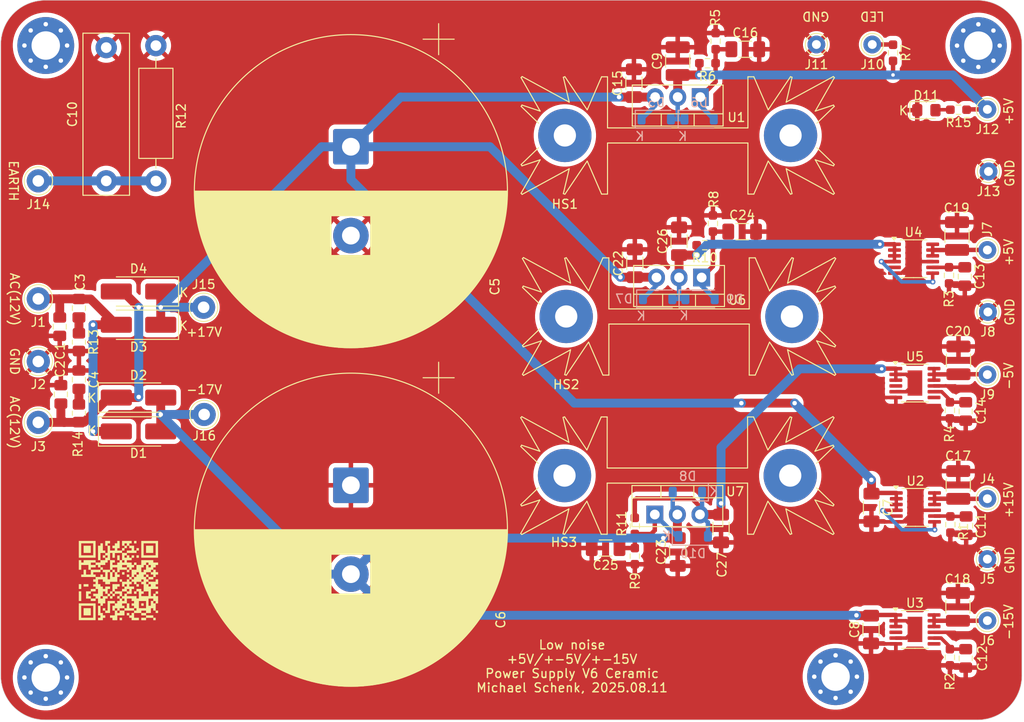
<source format=kicad_pcb>
(kicad_pcb (version 20241229) (generator "pcbnew") (generator_version "9.0")
  (layers (0 "F.Cu" signal) (2 "B.Cu" signal) (13 "F.Paste" user) (15 "B.Paste" user) (5 "F.SilkS" user "F.Silkscreen") (7 "B.SilkS" user "B.Silkscreen") (1 "F.Mask" user) (3 "B.Mask" user) (25 "Edge.Cuts" user))
  (net 0 "")
  (net 1 "+17V")
  (net 2 "Net-(D1-K)")
  (net 3 "Net-(D2-K)")
  (net 4 "GND")
  (net 5 "-17V")
  (net 6 "Net-(D5-A)")
  (net 7 "Net-(J14-Pin_1)")
  (net 8 "Net-(U2-SET)")
  (net 9 "Net-(U3-SET)")
  (net 10 "Net-(U4-SET)")
  (net 11 "Net-(U5-SET)")
  (net 12 "Net-(C3-Pad2)")
  (net 13 "Net-(C4-Pad2)")
  (net 14 "Net-(D6-A)")
  (net 15 "Net-(J4-Pin_1)")
  (net 16 "Net-(J6-Pin_1)")
  (net 17 "Net-(J7-Pin_1)")
  (net 18 "Net-(J9-Pin_1)")
  (net 19 "Net-(D9-A)")
  (net 20 "Net-(D10-K)")
  (net 21 "Net-(D7-A)")
  (net 22 "Net-(D10-A)")
  (net 23 "Net-(J10-Pin_1)")
  (net 30 "Net-(D11-A)")
  (footprint "Capacitor_SMD:C_0805_2012Metric_Pad1.18x1.45mm_HandSolder" (layer "F.Cu") (at 108.712 86.2367 -90)
    (property "Reference" "C1")
    (property "Value" "Cx/10nF/50V")
  )
  (footprint "Capacitor_SMD:C_0805_2012Metric_Pad1.18x1.45mm_HandSolder" (layer "F.Cu") (at 108.839 93.8567 -90)
    (property "Reference" "C2")
    (property "Value" "Cx/10nF/50V")
  )
  (footprint "Capacitor_SMD:C_0805_2012Metric_Pad1.18x1.45mm_HandSolder" (layer "F.Cu") (at 110.871 84.1617 -90)
    (property "Reference" "C3")
    (property "Value" "Cs/50V")
  )
  (footprint "Capacitor_SMD:C_0805_2012Metric_Pad1.18x1.45mm_HandSolder" (layer "F.Cu") (at 110.871 92.2057 -90)
    (property "Reference" "C4")
    (property "Value" "Cs/50V")
  )
  (footprint "Capacitor_THT:CP_Radial_D35.0mm_P10.00mm_SnapIn" (layer "F.Cu") (at 141.478 65.9892 -90)
    (property "Reference" "C5")
    (property "Value" "22000uF/25VDC")
  )
  (footprint "Capacitor_THT:CP_Radial_D35.0mm_P10.00mm_SnapIn" (layer "F.Cu") (at 141.478 104.0892 -90)
    (property "Reference" "C6")
    (property "Value" "22000uF/25VDC")
  )
  (footprint "Capacitor_SMD:C_1206_3216Metric_Pad1.33x1.80mm_HandSolder" (layer "F.Cu") (at 200.0631 106.5905 -90)
    (property "Reference" "C7")
    (property "Value" "4.7uF/100V")
  )
  (footprint "Capacitor_SMD:C_1206_3216Metric_Pad1.33x1.80mm_HandSolder" (layer "F.Cu") (at 200.0123 120.323 90)
    (property "Reference" "C8")
    (property "Value" "4.7uF/100V")
  )
  (footprint "Capacitor_SMD:C_1206_3216Metric_Pad1.33x1.80mm_HandSolder" (layer "F.Cu") (at 173.3296 58.8387 90)
    (property "Reference" "C15")
    (property "Value" "4.7uF/100V")
  )
  (footprint "Capacitor_SMD:C_1206_3216Metric_Pad1.33x1.80mm_HandSolder" (layer "F.Cu") (at 185.8649 55.0164)
    (property "Reference" "C16")
    (property "Value" "4.7uF/100V")
  )
  (footprint "Capacitor_SMD:C_1210_3225Metric_Pad1.33x2.70mm_HandSolder" (layer "F.Cu") (at 209.8294 104.0507 90)
    (property "Reference" "C17")
    (property "Value" "10uF/100V")
  )
  (footprint "Capacitor_SMD:C_1210_3225Metric_Pad1.33x2.70mm_HandSolder" (layer "F.Cu") (at 209.7913 117.7705 -90)
    (property "Reference" "C18")
    (property "Value" "10uF/100V")
  )
  (footprint "Capacitor_SMD:C_1210_3225Metric_Pad1.33x2.70mm_HandSolder" (layer "F.Cu") (at 209.6897 76.0383 90)
    (property "Reference" "C19")
    (property "Value" "10uF/50V")
  )
  (footprint "Capacitor_SMD:C_1210_3225Metric_Pad1.33x2.70mm_HandSolder" (layer "F.Cu") (at 209.8548 90.0299 -90)
    (property "Reference" "C20")
    (property "Value" "10uF/50V")
  )
  (footprint "Capacitor_SMD:C_1206_3216Metric_Pad1.33x1.80mm_HandSolder" (layer "F.Cu") (at 173.4312 79.1079 90)
    (property "Reference" "C22")
    (property "Value" "4.7uF/100V")
  )
  (footprint "Capacitor_SMD:C_1206_3216Metric_Pad1.33x1.80mm_HandSolder" (layer "F.Cu") (at 185.5093 75.5396)
    (property "Reference" "C24")
    (property "Value" "4.7uF/100V")
  )
  (footprint "Capacitor_SMD:C_1206_3216Metric_Pad1.33x1.80mm_HandSolder" (layer "F.Cu") (at 178.4096 76.6187 90)
    (property "Reference" "C26")
    (property "Value" "4.7uF/100V")
  )
  (footprint "Diode_SMD:D_SMA_Handsoldering" (layer "F.Cu") (at 117.5785 98.0262)
    (property "Reference" "D1")
    (property "Value" "BYG20D")
  )
  (footprint "Diode_SMD:D_SMA_Handsoldering" (layer "F.Cu") (at 117.5785 94.2162)
    (property "Reference" "D2")
    (property "Value" "BYG20D")
  )
  (footprint "Diode_SMD:D_SMA_Handsoldering" (layer "F.Cu") (at 117.5785 86.0247 180)
    (property "Reference" "D3")
    (property "Value" "BYG20D")
  )
  (footprint "Diode_SMD:D_SMA_Handsoldering" (layer "F.Cu") (at 117.5785 82.2782 180)
    (property "Reference" "D4")
    (property "Value" "BYG20D")
  )
  (footprint "MountingHole:MountingHole_3.2mm_M3_Pad_Via" (layer "F.Cu") (at 107.1372 54.5976)
    (property "Reference" "H1" (hide yes))
    (property "Value" "MountingHole")
  )
  (footprint "MountingHole:MountingHole_3.2mm_M3_Pad_Via" (layer "F.Cu") (at 212.09 54.61)
    (property "Reference" "H2" (hide yes))
    (property "Value" "MountingHole")
  )
  (footprint "MountingHole:MountingHole_3.2mm_M3_Pad_Via" (layer "F.Cu") (at 196.0248 125.6284)
    (property "Reference" "H3" (hide yes))
    (property "Value" "MountingHole")
  )
  (footprint "MountingHole:MountingHole_3.2mm_M3_Pad_Via" (layer "F.Cu") (at 107.1372 125.7176)
    (property "Reference" "H4" (hide yes))
    (property "Value" "MountingHole")
  )
  (footprint "Heatsink:Heatsink_Fischer_SK104-STC-STIC_35x13mm_2xDrill2.5mm" (layer "F.Cu") (at 178.2572 64.7192 180)
    (property "Reference" "HS1")
    (property "Value" "Heatsink")
  )
  (footprint "Heatsink:Heatsink_Fischer_SK104-STC-STIC_35x13mm_2xDrill2.5mm" (layer "F.Cu") (at 178.4096 85.09)
    (property "Reference" "HS2")
    (property "Value" "Heatsink")
  )
  (footprint "Connector_Pin:Pin_D1.3mm_L11.0mm" (layer "F.Cu") (at 106.299 83.1037)
    (property "Reference" "J1")
    (property "Value" "AC")
  )
  (footprint "Connector_Pin:Pin_D1.3mm_L11.0mm" (layer "F.Cu") (at 106.299 97.0102)
    (property "Reference" "J3")
    (property "Value" "AC")
  )
  (footprint "Connector_Pin:Pin_D1.0mm_L10.0mm" (layer "F.Cu") (at 213.106 105.6005)
    (property "Reference" "J4")
    (property "Value" "+15V")
  )
  (footprint "Connector_Pin:Pin_D1.0mm_L10.0mm" (layer "F.Cu") (at 213.106 112.395)
    (property "Reference" "J5")
    (property "Value" "GND")
  )
  (footprint "Connector_Pin:Pin_D1.0mm_L10.0mm" (layer "F.Cu") (at 213.106 119.3165)
    (property "Reference" "J6")
    (property "Value" "-15V")
  )
  (footprint "Connector_Pin:Pin_D1.0mm_L10.0mm" (layer "F.Cu") (at 213.106 77.6097)
    (property "Reference" "J7")
    (property "Value" "+5V")
  )
  (footprint "Connector_Pin:Pin_D1.0mm_L10.0mm" (layer "F.Cu") (at 213.1695 84.582)
    (property "Reference" "J8")
    (property "Value" "GND")
  )
  (footprint "Connector_Pin:Pin_D1.0mm_L10.0mm" (layer "F.Cu") (at 213.106 91.6305)
    (property "Reference" "J9")
    (property "Value" "-5V")
  )
  (footprint "Connector_Pin:Pin_D1.0mm_L10.0mm" (layer "F.Cu") (at 200.152 54.483)
    (property "Reference" "J10")
    (property "Value" "LED")
  )
  (footprint "Connector_Pin:Pin_D1.0mm_L10.0mm" (layer "F.Cu") (at 193.8655 54.483)
    (property "Reference" "J11")
    (property "Value" "GND")
  )
  (footprint "Connector_Pin:Pin_D1.0mm_L10.0mm" (layer "F.Cu") (at 213.106 61.7855)
    (property "Reference" "J12")
    (property "Value" "+5V")
  )
  (footprint "Connector_Pin:Pin_D1.0mm_L10.0mm" (layer "F.Cu") (at 213.233 68.7705)
    (property "Reference" "J13")
    (property "Value" "GND")
  )
  (footprint "Resistor_SMD:R_0603_1608Metric_Pad0.98x0.95mm_HandSolder" (layer "F.Cu") (at 208.9404 108.5069 -90)
    (property "Reference" "R1")
    (property "Value" "150k")
  )
  (footprint "Resistor_SMD:R_0603_1608Metric_Pad0.98x0.95mm_HandSolder" (layer "F.Cu") (at 208.8896 123.4421 90)
    (property "Reference" "R2")
    (property "Value" "150k")
  )
  (footprint "Resistor_SMD:R_0603_1608Metric_Pad0.98x0.95mm_HandSolder" (layer "F.Cu") (at 208.788 80.4653 -90)
    (property "Reference" "R3")
    (property "Value" "49.9k")
  )
  (footprint "Resistor_SMD:R_0603_1608Metric_Pad0.98x0.95mm_HandSolder" (layer "F.Cu") (at 208.8896 95.6545 90)
    (property "Reference" "R4")
    (property "Value" "49.9k")
  )
  (footprint "Resistor_SMD:R_0603_1608Metric_Pad0.98x0.95mm_HandSolder" (layer "F.Cu") (at 182.5244 54.1039 90)
    (property "Reference" "R5")
    (property "Value" "750R")
  )
  (footprint "Resistor_SMD:R_0603_1608Metric_Pad0.98x0.95mm_HandSolder" (layer "F.Cu") (at 181.6081 56.5874)
    (property "Reference" "R6")
    (property "Value" "249R")
  )
  (footprint "Resistor_SMD:R_0603_1608Metric_Pad0.98x0.95mm_HandSolder" (layer "F.Cu") (at 202.4888 55.4209 -90)
    (property "Reference" "R7")
    (property "Value" "240R")
  )
  (footprint "Resistor_SMD:R_0603_1608Metric_Pad0.98x0.95mm_HandSolder" (layer "F.Cu") (at 182.2196 74.6271 90)
    (property "Reference" "R8")
    (property "Value" "910R")
  )
  (footprint "Resistor_SMD:R_0603_1608Metric_Pad0.98x0.95mm_HandSolder" (layer "F.Cu") (at 181.3033 77.0636)
    (property "Reference" "R10")
    (property "Value" "240R")
  )
  (footprint "Package_TO_SOT_THT:TO-220-3_Vertical" (layer "F.Cu") (at 180.7972 60.4012 180)
    (property "Reference" "U1")
    (property "Value" "LM317_TO-220")
  )
  (footprint "Package_SO:MSOP-12-1EP_3x4.039mm_P0.65mm_EP1.651x2.845mm" (layer "F.Cu") (at 205.0071 106.5755)
    (property "Reference" "U2")
    (property "Value" "LT3045xMSE")
  )
  (footprint "Package_SO:MSOP-12-1EP_3x4.039mm_P0.65mm_EP1.651x2.845mm" (layer "F.Cu") (at 204.9563 120.308)
    (property "Reference" "U3")
    (property "Value" "LT3094xMSE")
  )
  (footprint "Package_SO:MSOP-12-1EP_3x4.039mm_P0.65mm_EP1.651x2.845mm" (layer "F.Cu") (at 204.8002 78.5914)
    (property "Reference" "U4")
    (property "Value" "LT3045xMSE")
  )
  (footprint "Package_SO:MSOP-12-1EP_3x4.039mm_P0.65mm_EP1.651x2.845mm" (layer "F.Cu") (at 204.9526 92.583)
    (property "Reference" "U5")
    (property "Value" "LT3094xMSE")
  )
  (footprint "Package_TO_SOT_THT:TO-220-3_Vertical" (layer "F.Cu") (at 180.9496 80.7085 180)
    (property "Reference" "U6")
    (property "Value" "LM317_TO-220")
  )
  (footprint "Capacitor_SMD:C_1210_3225Metric_Pad1.33x2.70mm_HandSolder" (layer "F.Cu") (at 178.2572 56.3495 90)
    (property "Reference" "C9")
    (property "Value" "10uF/50V")
  )
  (footprint "Capacitor_THT:C_Rect_L18.0mm_W5.0mm_P15.00mm_FKS3_FKP3" (layer "F.Cu") (at 113.9444 54.8316 -90)
    (property "Reference" "C10")
    (property "Value" "2.2nF/2kV")
  )
  (footprint "Connector_Pin:Pin_D1.3mm_L11.0mm" (layer "F.Cu") (at 106.299 69.8322)
    (property "Reference" "J14")
    (property "Value" "EARTH")
  )
  (footprint "Resistor_THT:R_Axial_DIN0411_L9.9mm_D3.6mm_P15.24mm_Horizontal" (layer "F.Cu") (at 119.5324 54.61 -90)
    (property "Reference" "R12")
    (property "Value" "100R/2W")
  )
  (footprint "Capacitor_SMD:C_0805_2012Metric_Pad1.18x1.45mm_HandSolder" (layer "F.Cu") (at 210.7184 108.6319 -90)
    (property "Reference" "C11")
    (property "Value" "470nF/50V")
  )
  (footprint "Capacitor_SMD:C_0805_2012Metric_Pad1.18x1.45mm_HandSolder" (layer "F.Cu") (at 210.6676 123.5671 90)
    (property "Reference" "C12")
    (property "Value" "470nF/50V")
  )
  (footprint "Capacitor_SMD:C_0805_2012Metric_Pad1.18x1.45mm_HandSolder" (layer "F.Cu") (at 210.566 80.5903 -90)
    (property "Reference" "C13")
    (property "Value" "470nF/50V")
  )
  (footprint "Capacitor_SMD:C_0805_2012Metric_Pad1.18x1.45mm_HandSolder" (layer "F.Cu") (at 210.6676 95.7795 90)
    (property "Reference" "C14")
    (property "Value" "470nF/50V")
  )
  (footprint "Resistor_SMD:R_0603_1608Metric_Pad0.98x0.95mm_HandSolder" (layer "F.Cu") (at 173.4312 108.6631 90)
    (property "Reference" "R11")
    (property "Value" "240R")
  )
  (footprint "Resistor_SMD:R_0603_1608Metric_Pad0.98x0.95mm_HandSolder" (layer "F.Cu") (at 173.4312 112.0629 90)
    (property "Reference" "R9")
    (property "Value" "910R")
  )
  (footprint "Package_TO_SOT_THT:TO-220-3_Vertical" (layer "F.Cu") (at 175.6791 107.3785)
    (property "Reference" "U7")
    (property "Value" "LM337_TO220")
  )
  (footprint "Heatsink:Heatsink_Fischer_SK104-STC-STIC_35x13mm_2xDrill2.5mm" (layer "F.Cu") (at 178.2191 102.997)
    (property "Reference" "HS3")
    (property "Value" "Heatsink")
  )
  (footprint "Capacitor_SMD:C_1206_3216Metric_Pad1.33x1.80mm_HandSolder" (layer "F.Cu") (at 178.2572 111.5953 90)
    (property "Reference" "C23")
    (property "Value" "4.7uF/100V")
  )
  (footprint "Capacitor_SMD:C_1206_3216Metric_Pad1.33x1.80mm_HandSolder" (layer "F.Cu") (at 170.1415 111.1504)
    (property "Reference" "C25")
    (property "Value" "4.7uF/100V")
  )
  (footprint "Capacitor_SMD:C_1206_3216Metric_Pad1.33x1.80mm_HandSolder" (layer "F.Cu") (at 183.134 108.9537 90)
    (property "Reference" "C27")
    (property "Value" "4.7uF/100V")
  )
  (footprint "Connector_Pin:Pin_D1.3mm_L11.0mm" (layer "F.Cu") (at 124.9045 84.0562)
    (property "Reference" "J15")
    (property "Value" "+17V")
  )
  (footprint "Connector_Pin:Pin_D1.3mm_L11.0mm" (layer "F.Cu") (at 124.968 96.1212)
    (property "Reference" "J16")
    (property "Value" "-17V")
  )
  (footprint "Connector_Pin:Pin_D1.3mm_L11.0mm" (layer "F.Cu") (at 106.299 90.1522)
    (property "Reference" "J2")
    (property "Value" "GND")
  )
  (footprint "Resistor_SMD:R_0603_1608Metric_Pad0.98x0.95mm_HandSolder" (layer "F.Cu") (at 209.8529 61.8236 180)
    (property "Reference" "R15")
    (property "Value" "330R")
  )
  (footprint "Resistor_SMD:R_0805_2012Metric_Pad1.20x1.40mm_HandSolder" (layer "F.Cu") (at 110.871 95.9782 -90)
    (property "Reference" "R14")
    (property "Value" "Rs/1/8W")
  )
  (footprint "Resistor_SMD:R_0805_2012Metric_Pad1.20x1.40mm_HandSolder" (layer "F.Cu") (at 110.871 87.9772 -90)
    (property "Reference" "R13")
    (property "Value" "Rs/1/8W")
  )
  (footprint "LOGO" (layer "F.Cu") (at 115.316 114.808)
    (property "Reference" "G***" (hide yes))
    (property "Value" "LOGO" (hide yes))
  )
  (footprint "LED_SMD:LED_0805_2012Metric_Pad1.15x1.40mm_HandSolder" (layer "F.Cu") (at 206.239 61.8744)
    (property "Reference" "D11")
    (property "Value" "LED")
  )
  (footprint "Diode_SMD:D_SOD-123" (layer "B.Cu") (at 175.8432 62.8904)
    (property "Reference" "D5")
    (property "Value" "1N4148W")
  )
  (footprint "Diode_SMD:D_SOD-123" (layer "B.Cu") (at 180.6692 62.8904)
    (property "Reference" "D6")
    (property "Value" "1N4148W")
  )
  (footprint "Diode_SMD:D_SOD-123" (layer "B.Cu") (at 175.9976 83.1088)
    (property "Reference" "D7")
    (property "Value" "1N4148W")
  )
  (footprint "Diode_SMD:D_SOD-123" (layer "B.Cu") (at 180.7708 83.1088)
    (property "Reference" "D9")
    (property "Value" "1N4148W")
  )
  (footprint "Diode_SMD:D_SOD-123" (layer "B.Cu") (at 180.0088 109.8296)
    (property "Reference" "D10")
    (property "Value" "1N4148W")
  )
  (footprint "Diode_SMD:D_SOD-123" (layer "B.Cu") (at 179.3484 104.8512 180)
    (property "Reference" "D8")
    (property "Value" "1N4148W")
  )
  (gr_line (start 212 130.5) (end 107.0659 130.5) (stroke (width 0.05)) (layer "Edge.Cuts"))
  (gr_line (start 102.065935 125.496466) (end 102.065934 54.5) (stroke (width 0.05)) (layer "Edge.Cuts"))
  (gr_arc (start 107.065934 130.496466) (mid 103.5304 129.032) (end 102.065934 125.496466) (stroke (width 0.05)) (layer "Edge.Cuts"))
  (gr_arc (start 102.065934 54.5) (mid 103.5304 50.964466) (end 107.065934 49.5) (stroke (width 0.05)) (layer "Edge.Cuts"))
  (gr_arc (start 212 49.5) (mid 215.535534 50.964466) (end 217 54.5) (stroke (width 0.05)) (layer "Edge.Cuts"))
  (gr_line (start 217 54.5) (end 217 125.5) (stroke (width 0.05)) (layer "Edge.Cuts"))
  (gr_line (start 107.065934 49.5) (end 212 49.5) (stroke (width 0.05)) (layer "Edge.Cuts"))
  (gr_arc (start 217 125.5) (mid 215.535534 129.035534) (end 212 130.5) (stroke (width 0.05)) (layer "Edge.Cuts"))
  (gr_text "+17V" (at 124.968 86.8502 0) (layer "F.SilkS") (effects (font (size 1 1))))
  (gr_text "-17V" (at 124.968 93.3272 0) (layer "F.SilkS") (effects (font (size 1 1))))
  (gr_text "K" (at 122.6185 86.1517 0) (layer "F.SilkS") (effects (font (size 1 1))))
  (gr_text "K" (at 112.3315 94.2797 0) (layer "F.SilkS") (effects (font (size 1 1))))
  (gr_text "K" (at 112.3315 97.9627 0) (layer "F.SilkS") (effects (font (size 1 1))))
  (gr_text "AC(12V)" (at 103.632 83.1672 270) (layer "F.SilkS") (effects (font (size 1 1))))
  (gr_text "AC(12V)" (at 103.632 97.0102 270) (layer "F.SilkS") (effects (font (size 1 1))))
  (gr_text "EARTH" (at 103.505 69.8322 -90) (layer "F.SilkS") (effects (font (size 1 1))))
  (gr_text "GND" (at 193.802 51.308 180) (layer "F.SilkS") (effects (font (size 1 1))))
  (gr_text "LED" (at 200.152 51.308 180) (layer "F.SilkS") (effects (font (size 1 1))))
  (gr_text "+5V" (at 215.5 77.8764 90) (layer "F.SilkS") (effects (font (size 1 1))))
  (gr_text "-5V" (at 215.5 91.7956 90) (layer "F.SilkS") (effects (font (size 1 1))))
  (gr_text "GND" (at 215.627 68.961 90) (layer "F.SilkS") (effects (font (size 1 1))))
  (gr_text "GND" (at 215.627 84.582 90) (layer "F.SilkS") (effects (font (size 1 1))))
  (gr_text "GND" (at 215.627 112.522 90) (layer "F.SilkS") (effects (font (size 1 1))))
  (gr_text "-15V" (at 215.5 119.4816 90) (layer "F.SilkS") (effects (font (size 1 1))))
  (gr_text "+15V" (at 215.5 105.7656 90) (layer "F.SilkS") (effects (font (size 1 1))))
  (gr_text "GND" (at 103.632 90.1522 270) (layer "F.SilkS") (effects (font (size 1 1))))
  (gr_text "K" (at 122.682 82.4052 0) (layer "F.SilkS") (effects (font (size 1 1))))
  (gr_text "K" (at 203.6572 61.9252 0) (layer "F.SilkS") (effects (font (size 1 1))))
  (gr_text "Low noise\n+5V/+-5V/+-15V\nPower Supply V6 Ceramic\nMichael Schenk, 2025.08.11" (at 166.37 124.46 0) (layer "F.SilkS") (effects (font (size 1 1))))
  (gr_text "+5V" (at 215.5 62.0268 90) (layer "F.SilkS") (effects (font (size 1 1))))
  (gr_text "K" (at 182.3212 104.8004 -0) (layer "B.SilkS") (effects (font (size 1 1)) (justify mirror)))
  (gr_text "K" (at 176.9872 109.7788 -0) (layer "B.SilkS") (effects (font (size 1 1)) (justify mirror)))
  (gr_text "K" (at 174.1424 85.0392 -0) (layer "B.SilkS") (effects (font (size 1 1)) (justify mirror)))
  (gr_text "K" (at 178.9684 84.9884 -0) (layer "B.SilkS") (effects (font (size 1 1)) (justify mirror)))
  (gr_text "K" (at 173.99 64.8208 -0) (layer "B.SilkS") (effects (font (size 1 1)) (justify mirror)))
  (gr_text "K" (at 178.816 64.8208 -0) (layer "B.SilkS") (effects (font (size 1 1)) (justify mirror)))
  (segment (start 120.0785 84.0562) (end 120.0785 82.2782) (width 1) (layer "F.Cu") (net 1))
  (segment (start 202.8571 106.9005) (end 202.8571 104.9505) (width 0.4) (layer "F.Cu") (net 1))
  (segment (start 200.0631 105.028) (end 200.0631 103.4923) (width 1) (layer "F.Cu") (net 1))
  (segment (start 175.8315 80.6704) (end 175.8696 80.7085) (width 1) (layer "F.Cu") (net 1))
  (segment (start 207.1571 108.2005) (end 207.1571 109.075) (width 0.4) (layer "F.Cu") (net 1))
  (segment (start 173.3296 60.4012) (end 175.7172 60.4012) (width 1) (layer "F.Cu") (net 1))
  (segment (start 173.4312 80.6704) (end 171.8056 80.6704) (width 1) (layer "F.Cu") (net 1))
  (segment (start 173.3296 60.4012) (end 171.6532 60.4012) (width 1) (layer "F.Cu") (net 1))
  (segment (start 173.4312 80.6704) (end 175.8315 80.6704) (width 1) (layer "F.Cu") (net 1))
  (segment (start 191.4144 94.8436) (end 185.42 94.8436) (width 1) (layer "F.Cu") (net 1))
  (segment (start 207.1571 109.075) (end 207.1751 109.093) (width 0.4) (layer "F.Cu") (net 1))
  (segment (start 201.3666 106.9005) (end 201.3331 106.934) (width 0.4) (layer "F.Cu") (net 1))
  (segment (start 202.8571 104.9505) (end 200.0781 104.9505) (width 0.5) (layer "F.Cu") (net 1))
  (segment (start 200.0631 103.4923) (end 200.0504 103.4796) (width 1) (layer "F.Cu") (net 1))
  (segment (start 120.0785 86.0247) (end 120.0785 84.0562) (width 1) (layer "F.Cu") (net 1))
  (segment (start 202.8571 106.9005) (end 201.3666 106.9005) (width 0.4) (layer "F.Cu") (net 1))
  (via (at 171.8056 80.6704) (size 1) (drill 0.5) (layers "F.Cu" "B.Cu") (net 1))
  (via (at 185.42 94.8436) (size 1) (drill 0.5) (layers "F.Cu" "B.Cu") (net 1))
  (via (at 120.0785 84.0562) (size 1) (drill 0.5) (layers "F.Cu" "B.Cu") (net 1))
  (via (at 191.4144 94.8436) (size 1) (drill 0.5) (layers "F.Cu" "B.Cu") (net 1))
  (via (at 207.1751 109.093) (size 0.6) (drill 0.3) (layers "F.Cu" "B.Cu") (net 1))
  (via (at 171.6532 60.4012) (size 1) (drill 0.5) (layers "F.Cu" "B.Cu") (net 1))
  (via (at 201.3331 106.934) (size 0.6) (drill 0.3) (layers "F.Cu" "B.Cu") (net 1))
  (via (at 200.0504 103.4796) (size 1) (drill 0.5) (layers "F.Cu" "B.Cu") (net 1))
  (segment (start 166.624 94.8436) (end 141.478 69.6976) (width 1) (layer "B.Cu") (net 1))
  (segment (start 175.8696 81.5868) (end 174.3476 83.1088) (width 0.5) (layer "B.Cu") (net 1))
  (segment (start 141.478 69.6976) (end 141.478 65.9892) (width 1) (layer "B.Cu") (net 1))
  (segment (start 175.8696 80.7085) (end 175.8696 81.5868) (width 0.5) (layer "B.Cu") (net 1))
  (segment (start 171.6532 60.4012) (end 147.066 60.4012) (width 1) (layer "B.Cu") (net 1))
  (segment (start 120.109 84.0562) (end 138.176 65.9892) (width 1) (layer "B.Cu") (net 1))
  (segment (start 175.7172 60.4012) (end 175.7172 61.3664) (width 0.5) (layer "B.Cu") (net 1))
  (segment (start 147.066 60.4012) (end 141.478 65.9892) (width 1) (layer "B.Cu") (net 1))
  (segment (start 207.1751 109.093) (end 203.4921 109.093) (width 0.4) (layer "B.Cu") (net 1))
  (segment (start 175.7172 61.3664) (end 174.1932 62.8904) (width 0.5) (layer "B.Cu") (net 1))
  (segment (start 203.4921 109.093) (end 201.3331 106.934) (width 0.4) (layer "B.Cu") (net 1))
  (segment (start 200.0504 103.4796) (end 191.4144 94.8436) (width 1) (layer "B.Cu") (net 1))
  (segment (start 138.176 65.9892) (end 141.478 65.9892) (width 1) (layer "B.Cu") (net 1))
  (segment (start 185.42 94.8436) (end 166.624 94.8436) (width 1) (layer "B.Cu") (net 1))
  (segment (start 157.1244 65.9892) (end 141.478 65.9892) (width 1) (layer "B.Cu") (net 1))
  (segment (start 171.8056 80.6704) (end 157.1244 65.9892) (width 1) (layer "B.Cu") (net 1))
  (segment (start 124.9045 84.0562) (end 120.0785 84.0562) (width 1) (layer "B.Cu") (net 1))
  (segment (start 120.0785 84.0562) (end 120.109 84.0562) (width 1) (layer "B.Cu") (net 1))
  (segment (start 115.0785 98.0262) (end 112.4585 98.0262) (width 1) (layer "F.Cu") (net 2))
  (segment (start 108.6485 83.1037) (end 110.8505 83.1037) (width 1) (layer "F.Cu") (net 2))
  (segment (start 110.871 83.1242) (end 112.178 83.1242) (width 1) (layer "F.Cu") (net 2))
  (segment (start 112.178 83.1242) (end 115.0785 86.0247) (width 1) (layer "F.Cu") (net 2))
  (segment (start 108.712 83.1672) (end 108.6485 83.1037) (width 1) (layer "F.Cu") (net 2))
  (segment (start 110.8505 83.1037) (end 110.871 83.1242) (width 1) (layer "F.Cu") (net 2))
  (segment (start 108.712 85.1992) (end 108.712 83.1672) (width 1) (layer "F.Cu") (net 2))
  (segment (start 115.0785 86.0247) (end 112.4585 86.0247) (width 1) (layer "F.Cu") (net 2))
  (segment (start 106.299 83.1037) (end 108.6485 83.1037) (width 1) (layer "F.Cu") (net 2))
  (via (at 112.4585 98.0262) (size 1) (drill 0.5) (layers "F.Cu" "B.Cu") (net 2))
  (via (at 112.4585 86.0247) (size 1) (drill 0.5) (layers "F.Cu" "B.Cu") (net 2))
  (segment (start 112.4585 98.0262) (end 112.4585 86.0247) (width 1) (layer "B.Cu") (net 2))
  (segment (start 111.4665 96.9782) (end 114.2285 94.2162) (width 1) (layer "F.Cu") (net 3))
  (segment (start 109.22 97.0102) (end 110.839 97.0102) (width 1) (layer "F.Cu") (net 3))
  (segment (start 115.824 82.2782) (end 117.602 84.0562) (width 1) (layer "F.Cu") (net 3))
  (segment (start 115.0785 94.2162) (end 117.5385 94.2162) (width 1) (layer "F.Cu") (net 3))
  (segment (start 110.871 96.9782) (end 111.4665 96.9782) (width 1) (layer "F.Cu") (net 3))
  (segment (start 114.2285 94.2162) (end 115.0785 94.2162) (width 1) (layer "F.Cu") (net 3))
  (segment (start 108.839 96.6292) (end 109.22 97.0102) (width 1) (layer "F.Cu") (net 3))
  (segment (start 106.299 97.0102) (end 109.22 97.0102) (width 1) (layer "F.Cu") (net 3))
  (segment (start 108.839 94.8942) (end 108.839 96.6292) (width 1) (layer "F.Cu") (net 3))
  (segment (start 117.5385 94.2162) (end 117.602 94.1527) (width 0.5) (layer "F.Cu") (net 3))
  (segment (start 110.839 97.0102) (end 110.871 96.9782) (width 1) (layer "F.Cu") (net 3))
  (via (at 117.602 84.0562) (size 1) (drill 0.5) (layers "F.Cu" "B.Cu") (net 3))
  (via (at 117.602 94.1527) (size 1) (drill 0.5) (layers "F.Cu" "B.Cu") (net 3))
  (segment (start 117.602 94.1527) (end 117.602 84.0562) (width 1) (layer "B.Cu") (net 3))
  (segment (start 206.9502 78.9164) (end 205.1252 78.9164) (width 0.4) (layer "F.Cu") (net 4))
  (segment (start 205.3321 106.9005) (end 205.0071 106.5755) (width 0.4) (layer "F.Cu") (net 4))
  (segment (start 202.8063 121.933) (end 200.0298 121.933) (width 0.4) (layer "F.Cu") (net 4))
  (segment (start 202.8571 109.7661) (end 202.8698 109.7788) (width 0.4) (layer "F.Cu") (net 4))
  (segment (start 202.8571 108.2005) (end 202.8571 109.7661) (width 0.4) (layer "F.Cu") (net 4))
  (segment (start 204.8002 78.852692) (end 204.8002 78.5914) (width 0.4) (layer "F.Cu") (net 4))
  (segment (start 207.1571 106.9005) (end 205.3321 106.9005) (width 0.4) (layer "F.Cu") (net 4))
  (segment (start 205.1252 78.9164) (end 204.8002 78.5914) (width 0.4) (layer "F.Cu") (net 4))
  (segment (start 207.1063 120.633) (end 209.4149 120.633) (width 0.4) (layer "F.Cu") (net 4))
  (segment (start 203.643392 108.2005) (end 205.0071 106.836792) (width 0.4) (layer "F.Cu") (net 4))
  (segment (start 200.0806 108.2005) (end 200.0631 108.218) (width 0.4) (layer "F.Cu") (net 4))
  (segment (start 207.1026 92.908) (end 209.4813 92.908) (width 0.4) (layer "F.Cu") (net 4))
  (segment (start 202.8571 108.2005) (end 203.643392 108.2005) (width 0.4) (layer "F.Cu") (net 4))
  (segment (start 202.8063 121.933) (end 202.8063 123.27) (width 0.4) (layer "F.Cu") (net 4))
  (segment (start 200.0298 121.933) (end 200.0123 121.9505) (width 0.4) (layer "F.Cu") (net 4))
  (segment (start 200.6213 94.208) (end 200.5965 94.1832) (width 0.4) (layer "F.Cu") (net 4))
  (segment (start 202.8026 94.208) (end 200.6213 94.208) (width 0.4) (layer "F.Cu") (net 4))
  (segment (start 209.4149 120.633) (end 209.4357 120.6538) (width 0.4) (layer "F.Cu") (net 4))
  (segment (start 202.8026 96.0411) (end 202.7809 96.0628) (width 0.4) (layer "F.Cu") (net 4))
  (segment (start 202.8063 123.27) (end 202.8317 123.2954) (width 0.4) (layer "F.Cu") (net 4))
  (segment (start 202.8571 108.2005) (end 200.0806 108.2005) (width 0.4) (layer "F.Cu") (net 4))
  (segment (start 205.0071 106.836792) (end 205.0071 106.5755) (width 0.4) (layer "F.Cu") (net 4))
  (segment (start 209.4813 92.908) (end 209.5373 92.964) (width 0.4) (layer "F.Cu") (net 4))
  (segment (start 203.436492 80.2164) (end 204.8002 78.852692) (width 0.4) (layer "F.Cu") (net 4))
  (segment (start 202.6502 80.2164) (end 203.436492 80.2164) (width 0.4) (layer "F.Cu") (net 4))
  (segment (start 202.8026 94.208) (end 202.8026 96.0411) (width 0.4) (layer "F.Cu") (net 4))
  (segment (start 120.0785 96.1212) (end 120.0785 94.2162) (width 1) (layer "F.Cu") (net 5))
  (segment (start 178.2191 107.3785) (end 178.2191 109.9947) (width 1) (layer "F.Cu") (net 5))
  (segment (start 203.9813 121.283) (end 204.9563 120.308) (width 0.4) (layer "F.Cu") (net 5))
  (segment (start 178.2191 109.9947) (end 178.2572 110.0328) (width 1) (layer "F.Cu") (net 5))
  (segment (start 198.4149 118.7605) (end 198.374 118.7196) (width 1) (layer "F.Cu") (net 5))
  (segment (start 202.8063 119.333) (end 203.9813 119.333) (width 0.4) (layer "F.Cu") (net 5))
  (segment (start 202.8063 119.983) (end 202.8063 118.683) (width 0.4) (layer "F.Cu") (net 5))
  (segment (start 202.8063 118.683) (end 200.0273 118.683) (width 0.5) (layer "F.Cu") (net 5))
  (segment (start 178.2572 110.0328) (end 176.6316 110.0328) (width 1) (layer "F.Cu") (net 5))
  (segment (start 120.0785 98.0262) (end 120.0785 96.1212) (width 1) (layer "F.Cu") (net 5))
  (segment (start 200.0123 118.7605) (end 198.4149 118.7605) (width 1) (layer "F.Cu") (net 5))
  (segment (start 203.9813 119.333) (end 204.9563 120.308) (width 0.4) (layer "F.Cu") (net 5))
  (segment (start 202.8063 121.283) (end 203.9813 121.283) (width 0.4) (layer "F.Cu") (net 5))
  (via (at 198.374 118.7196) (size 1) (drill 0.5) (layers "F.Cu" "B.Cu") (net 5))
  (via (at 120.0785 96.1212) (size 1) (drill 0.5) (layers "F.Cu" "B.Cu") (net 5))
  (via (at 176.6316 110.0328) (size 1) (drill 0.5) (layers "F.Cu" "B.Cu") (net 5))
  (segment (start 120.0785 96.1212) (end 138.0465 114.0892) (width 1) (layer "B.Cu") (net 5))
  (segment (start 138.0465 114.0892) (end 141.478 114.0892) (width 1) (layer "B.Cu") (net 5))
  (segment (start 176.6316 110.0328) (end 145.5344 110.0328) (width 1) (layer "B.Cu") (net 5))
  (segment (start 146.1084 118.7196) (end 141.478 114.0892) (width 1) (layer "B.Cu") (net 5))
  (segment (start 177.6984 104.8512) (end 177.6984 106.8578) (width 0.5) (layer "B.Cu") (net 5))
  (segment (start 124.968 96.1212) (end 120.0785 96.1212) (width 1) (layer "B.Cu") (net 5))
  (segment (start 198.374 118.7196) (end 146.1084 118.7196) (width 1) (layer "B.Cu") (net 5))
  (segment (start 145.5344 110.0328) (end 141.478 114.0892) (width 1) (layer "B.Cu") (net 5))
  (segment (start 177.6984 106.8578) (end 178.2191 107.3785) (width 0.5) (layer "B.Cu") (net 5))
  (segment (start 180.6956 56.5874) (end 180.6956 57.912) (width 0.5) (layer "F.Cu") (net 6))
  (segment (start 210.8035 61.7855) (end 210.7654 61.8236) (width 0.5) (layer "F.Cu") (net 6))
  (segment (start 178.2572 57.912) (end 178.2572 60.4012) (width 1) (layer "F.Cu") (net 6))
  (segment (start 202.4888 56.3334) (end 202.4888 57.912) (width 0.5) (layer "F.Cu") (net 6))
  (segment (start 213.106 61.7855) (end 210.8035 61.7855) (width 0.5) (layer "F.Cu") (net 6))
  (segment (start 178.2572 57.912) (end 180.6956 57.912) (width 1) (layer "F.Cu") (net 6))
  (via (at 180.6956 57.912) (size 1) (drill 0.5) (layers "F.Cu" "B.Cu") (net 6))
  (via (at 202.4888 57.912) (size 0.8) (drill 0.4) (layers "F.Cu" "B.Cu") (net 6))
  (segment (start 180.6956 57.912) (end 202.4888 57.912) (width 1) (layer "B.Cu") (net 6))
  (segment (start 209.2325 57.912) (end 213.106 61.7855) (width 1) (layer "B.Cu") (net 6))
  (segment (start 177.4932 62.8904) (end 178.2572 62.8904) (width 0.5) (layer "B.Cu") (net 6))
  (segment (start 178.2572 62.8904) (end 179.0192 62.8904) (width 0.5) (layer "B.Cu") (net 6))
  (segment (start 178.2572 60.4012) (end 178.2572 62.8904) (width 0.5) (layer "B.Cu") (net 6))
  (segment (start 202.4888 57.912) (end 209.2325 57.912) (width 1) (layer "B.Cu") (net 6))
  (segment (start 119.514 69.8316) (end 119.5324 69.85) (width 1) (layer "B.Cu") (net 7))
  (segment (start 113.9444 69.8316) (end 119.514 69.8316) (width 1) (layer "B.Cu") (net 7))
  (segment (start 106.299 69.8322) (end 113.9438 69.8322) (width 1) (layer "B.Cu") (net 7))
  (segment (start 113.9438 69.8322) (end 113.9444 69.8316) (width 1) (layer "B.Cu") (net 7))
  (segment (start 207.1571 107.5505) (end 208.8965 107.5505) (width 0.4) (layer "F.Cu") (net 8))
  (segment (start 208.9404 107.5944) (end 210.7184 107.5944) (width 0.4) (layer "F.Cu") (net 8))
  (segment (start 208.8965 107.5505) (end 208.9404 107.5944) (width 0.4) (layer "F.Cu") (net 8))
  (segment (start 207.1063 121.283) (end 207.892592 121.283) (width 0.4) (layer "F.Cu") (net 9))
  (segment (start 208.8896 122.280008) (end 208.8896 122.5296) (width 0.4) (layer "F.Cu") (net 9))
  (segment (start 207.892592 121.283) (end 208.8896 122.280008) (width 0.4) (layer "F.Cu") (net 9))
  (segment (start 208.8896 122.5296) (end 210.6676 122.5296) (width 0.4) (layer "F.Cu") (net 9))
  (segment (start 208.788 79.5528) (end 210.566 79.5528) (width 0.4) (layer "F.Cu") (net 10))
  (segment (start 208.7744 79.5664) (end 208.788 79.5528) (width 0.4) (layer "F.Cu") (net 10))
  (segment (start 206.9502 79.5664) (end 208.7744 79.5664) (width 0.4) (layer "F.Cu") (net 10))
  (segment (start 207.1026 93.558) (end 207.9596 93.558) (width 0.4) (layer "F.Cu") (net 11))
  (segment (start 208.8896 94.488) (end 208.8896 94.742) (width 0.4) (layer "F.Cu") (net 11))
  (segment (start 208.8896 94.742) (end 210.6676 94.742) (width 0.4) (layer "F.Cu") (net 11))
  (segment (start 207.9596 93.558) (end 208.8896 94.488) (width 0.4) (layer "F.Cu") (net 11))
  (segment (start 110.871 86.9772) (end 110.871 85.1992) (width 1) (layer "F.Cu") (net 12))
  (segment (start 110.871 94.9782) (end 110.871 93.2432) (width 1) (layer "F.Cu") (net 13))
  (segment (start 182.5206 56.5874) (end 182.5206 55.0202) (width 0.5) (layer "F.Cu") (net 14))
  (segment (start 182.5206 58.6778) (end 180.7972 60.4012) (width 0.5) (layer "F.Cu") (net 14))
  (segment (start 182.5244 55.0164) (end 184.3024 55.0164) (width 0.5) (layer "F.Cu") (net 14))
  (segment (start 182.5206 56.5874) (end 182.5206 58.6778) (width 0.5) (layer "F.Cu") (net 14))
  (segment (start 182.5206 55.0202) (end 182.5244 55.0164) (width 0.5) (layer "F.Cu") (net 14))
  (segment (start 180.7972 60.4012) (end 180.7972 61.3684) (width 0.5) (layer "B.Cu") (net 14))
  (segment (start 180.7972 61.3684) (end 182.3192 62.8904) (width 0.5) (layer "B.Cu") (net 14))
  (segment (start 213.0933 105.6132) (end 213.106 105.6005) (width 0.5) (layer "F.Cu") (net 15))
  (segment (start 209.8167 105.6005) (end 209.8294 105.6132) (width 0.5) (layer "F.Cu") (net 15))
  (segment (start 209.8294 105.6132) (end 213.0933 105.6132) (width 0.5) (layer "F.Cu") (net 15))
  (segment (start 207.1571 104.9505) (end 207.1571 106.2505) (width 0.4) (layer "F.Cu") (net 15))
  (segment (start 207.1571 105.6005) (end 209.8167 105.6005) (width 0.5) (layer "F.Cu") (net 15))
  (segment (start 209.7913 119.333) (end 213.0895 119.333) (width 0.5) (layer "F.Cu") (net 16))
  (segment (start 207.1063 119.333) (end 209.7913 119.333) (width 0.5) (layer "F.Cu") (net 16))
  (segment (start 207.1063 118.683) (end 207.1063 119.983) (width 0.4) (layer "F.Cu") (net 16))
  (segment (start 213.0895 119.333) (end 213.106 119.3165) (width 0.5) (layer "F.Cu") (net 16))
  (segment (start 206.9502 78.2664) (end 206.9502 76.9664) (width 0.4) (layer "F.Cu") (net 17))
  (segment (start 213.0971 77.6008) (end 213.106 77.6097) (width 0.5) (layer "F.Cu") (net 17))
  (segment (start 209.6741 77.6164) (end 209.6897 77.6008) (width 0.5) (layer "F.Cu") (net 17))
  (segment (start 209.6897 77.6008) (end 213.0971 77.6008) (width 0.5) (layer "F.Cu") (net 17))
  (segment (start 206.9502 77.6164) (end 209.6741 77.6164) (width 0.5) (layer "F.Cu") (net 17))
  (segment (start 207.1026 91.608) (end 209.8392 91.608) (width 0.5) (layer "F.Cu") (net 18))
  (segment (start 207.1026 90.958) (end 207.1026 92.258) (width 0.4) (layer "F.Cu") (net 18))
  (segment (start 213.0679 91.5924) (end 213.106 91.6305) (width 0.5) (layer "F.Cu") (net 18))
  (segment (start 209.8392 91.608) (end 209.8548 91.5924) (width 0.5) (layer "F.Cu") (net 18))
  (segment (start 209.8548 91.5924) (end 213.0679 91.5924) (width 0.5) (layer "F.Cu") (net 18))
  (segment (start 182.2158 77.0636) (end 182.2158 79.4423) (width 0.5) (layer "F.Cu") (net 19))
  (segment (start 182.2158 75.5434) (end 182.2196 75.5396) (width 0.5) (layer "F.Cu") (net 19))
  (segment (start 182.2158 77.0636) (end 182.2158 75.5434) (width 0.5) (layer "F.Cu") (net 19))
  (segment (start 182.2158 79.4423) (end 180.9496 80.7085) (width 0.5) (layer "F.Cu") (net 19))
  (segment (start 182.2196 75.5396) (end 183.9468 75.5396) (width 0.5) (layer "F.Cu") (net 19))
  (segment (start 180.9496 80.7085) (end 180.9496 81.6376) (width 0.5) (layer "B.Cu") (net 19))
  (segment (start 180.9496 81.6376) (end 182.4208 83.1088) (width 0.5) (layer "B.Cu") (net 19))
  (segment (start 175.26 109.5756) (end 175.6791 109.1565) (width 0.5) (layer "F.Cu") (net 20))
  (segment (start 175.6791 109.1565) (end 175.6791 107.3785) (width 0.5) (layer "F.Cu") (net 20))
  (segment (start 173.4312 109.5756) (end 175.26 109.5756) (width 0.5) (layer "F.Cu") (net 20))
  (segment (start 173.4312 111.1504) (end 171.704 111.1504) (width 0.5) (layer "F.Cu") (net 20))
  (segment (start 173.4312 109.5756) (end 173.4312 111.1504) (width 0.5) (layer "F.Cu") (net 20))
  (segment (start 178.1302 109.8296) (end 175.6791 107.3785) (width 0.5) (layer "B.Cu") (net 20))
  (segment (start 178.3588 109.8296) (end 178.1302 109.8296) (width 0.5) (layer "B.Cu") (net 20))
  (segment (start 201.02 76.9664) (end 201.0156 76.962) (width 0.5) (layer "F.Cu") (net 21))
  (segment (start 180.3908 78.1812) (end 180.3908 77.0636) (width 0.5) (layer "F.Cu") (net 21))
  (segment (start 202.6502 77.6164) (end 202.6502 78.9164) (width 0.4) (layer "F.Cu") (net 21))
  (segment (start 206.9502 80.2164) (end 206.9502 81.1859) (width 0.4) (layer "F.Cu") (net 21))
  (segment (start 206.9502 81.1859) (end 206.9592 81.1949) (width 0.4) (layer "F.Cu") (net 21))
  (segment (start 201.1882 78.9164) (end 201.1807 78.9089) (width 0.4) (layer "F.Cu") (net 21))
  (segment (start 202.6502 76.9664) (end 201.02 76.9664) (width 0.5) (layer "F.Cu") (net 21))
  (segment (start 178.4096 80.7085) (end 178.4096 78.1812) (width 1) (layer "F.Cu") (net 21))
  (segment (start 202.6502 78.9164) (end 201.1882 78.9164) (width 0.4) (layer "F.Cu") (net 21))
  (segment (start 202.6242 76.9404) (end 202.6502 76.9664) (width 0.5) (layer "F.Cu") (net 21))
  (segment (start 202.6502 77.6164) (end 202.6502 76.9664) (width 0.4) (layer "F.Cu") (net 21))
  (segment (start 178.4096 78.1812) (end 180.3908 78.1812) (width 1) (layer "F.Cu") (net 21))
  (via (at 201.0156 76.962) (size 0.8) (drill 0.4) (layers "F.Cu" "B.Cu") (net 21))
  (via (at 201.1807 78.9089) (size 0.6) (drill 0.3) (layers "F.Cu" "B.Cu") (net 21))
  (via (at 206.9592 81.1949) (size 0.6) (drill 0.3) (layers "F.Cu" "B.Cu") (net 21))
  (via (at 180.3908 78.1812) (size 1) (drill 0.5) (layers "F.Cu" "B.Cu") (net 21))
  (segment (start 206.9592 81.1949) (end 203.4667 81.1949) (width 0.4) (layer "B.Cu") (net 21))
  (segment (start 180.3908 78.1812) (end 181.61 76.962) (width 1) (layer "B.Cu") (net 21))
  (segment (start 178.4096 83.1088) (end 177.6476 83.1088) (width 0.5) (layer "B.Cu") (net 21))
  (segment (start 179.1208 83.1088) (end 178.4096 83.1088) (width 0.5) (layer "B.Cu") (net 21))
  (segment (start 178.4096 80.7085) (end 178.4096 83.1088) (width 0.5) (layer "B.Cu") (net 21))
  (segment (start 181.61 76.962) (end 201.0156 76.962) (width 1) (layer "B.Cu") (net 21))
  (segment (start 203.4667 81.1949) (end 201.1807 78.9089) (width 0.4) (layer "B.Cu") (net 21))
  (segment (start 173.6344 105.5624) (end 173.4312 105.7656) (width 0.5) (layer "F.Cu") (net 22))
  (segment (start 203.9776 93.558) (end 204.9526 92.583) (width 0.4) (layer "F.Cu") (net 22))
  (segment (start 202.8026 93.558) (end 203.9776 93.558) (width 0.4) (layer "F.Cu") (net 22))
  (segment (start 183.1213 107.3785) (end 183.134 107.3912) (width 1) (layer "F.Cu") (net 22))
  (segment (start 179.832 105.5624) (end 173.6344 105.5624) (width 0.5) (layer "F.Cu") (net 22))
  (segment (start 202.8026 92.258) (end 202.8026 90.958) (width 0.4) (layer "F.Cu") (net 22))
  (segment (start 203.9776 91.608) (end 204.9526 92.583) (width 0.4) (layer "F.Cu") (net 22))
  (segment (start 173.4312 105.7656) (end 173.4312 107.7506) (width 0.5) (layer "F.Cu") (net 22))
  (segment (start 180.7591 107.3785) (end 183.1213 107.3785) (width 1) (layer "F.Cu") (net 22))
  (segment (start 183.134 107.3912) (end 183.134 106.1212) (width 1) (layer "F.Cu") (net 22))
  (segment (start 201.2436 90.958) (end 201.2188 90.9828) (width 0.5) (layer "F.Cu") (net 22))
  (segment (start 180.7591 106.4895) (end 179.832 105.5624) (width 0.5) (layer "F.Cu") (net 22))
  (segment (start 202.8026 90.958) (end 201.2436 90.958) (width 0.5) (layer "F.Cu") (net 22))
  (segment (start 180.7591 107.3785) (end 180.7591 106.4895) (width 0.5) (layer "F.Cu") (net 22))
  (segment (start 202.8026 91.608) (end 203.9776 91.608) (width 0.4) (layer "F.Cu") (net 22))
  (via (at 201.2188 90.9828) (size 0.8) (drill 0.4) (layers "F.Cu" "B.Cu") (net 22))
  (via (at 183.134 106.1212) (size 1) (drill 0.5) (layers "F.Cu" "B.Cu") (net 22))
  (segment (start 181.6588 108.2782) (end 180.7591 107.3785) (width 0.5) (layer "B.Cu") (net 22))
  (segment (start 183.134 99.822) (end 191.9732 90.9828) (width 1) (layer "B.Cu") (net 22))
  (segment (start 183.134 106.1212) (end 183.134 99.822) (width 1) (layer "B.Cu") (net 22))
  (segment (start 191.9732 90.9828) (end 201.2188 90.9828) (width 1) (layer "B.Cu") (net 22))
  (segment (start 180.9984 107.1392) (end 180.7591 107.3785) (width 0.5) (layer "B.Cu") (net 22))
  (segment (start 181.6588 109.8296) (end 181.6588 108.2782) (width 0.5) (layer "B.Cu") (net 22))
  (segment (start 180.9984 104.8512) (end 180.9984 107.1392) (width 0.5) (layer "B.Cu") (net 22))
  (segment (start 202.4634 54.483) (end 202.4888 54.5084) (width 0.5) (layer "F.Cu") (net 23))
  (segment (start 200.152 54.483) (end 202.4634 54.483) (width 0.5) (layer "F.Cu") (net 23))
  (segment (start 208.9404 61.8236) (end 207.3148 61.8236) (width 0.4) (layer "F.Cu") (net 30))
  (segment (start 207.3148 61.8236) (end 207.264 61.8744) (width 0.4) (layer "F.Cu") (net 30))
  (zone (net 4) (net_name "GND") (layer "F.Cu") (connect_pads (clearance 0.508)) (min_thickness 0.254) (fill yes (thermal_gap 0.508) (thermal_bridge_width 0.508))
    (polygon (pts (xy 217.17 130.56) (xy 102.0572 130.56) (xy 102.0572 49.53) (xy 217.17 49.53)))
  )
)
</source>
